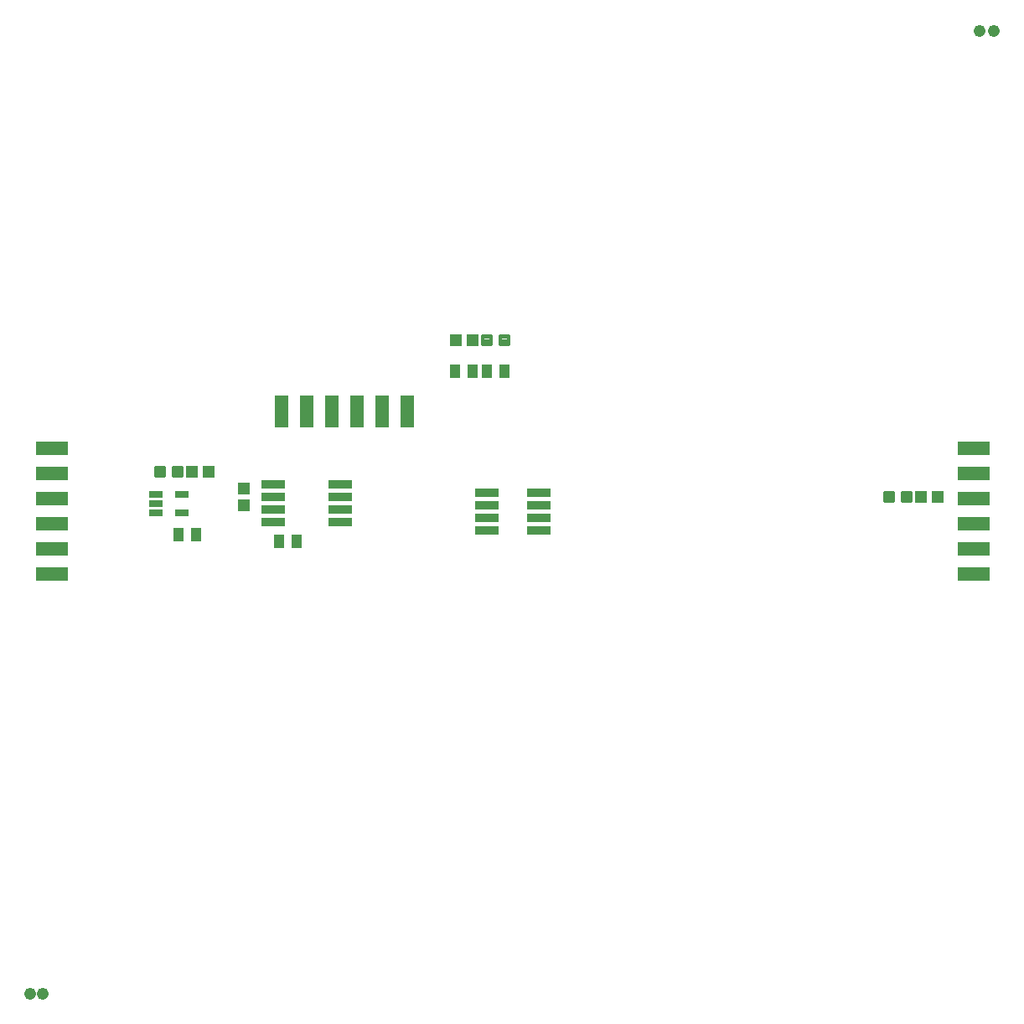
<source format=gts>
G75*
%MOIN*%
%OFA0B0*%
%FSLAX24Y24*%
%IPPOS*%
%LPD*%
%AMOC8*
5,1,8,0,0,1.08239X$1,22.5*
%
%ADD10R,0.0950X0.0320*%
%ADD11C,0.0142*%
%ADD12R,0.0513X0.0474*%
%ADD13R,0.0552X0.0297*%
%ADD14R,0.0395X0.0552*%
%ADD15R,0.1261X0.0572*%
%ADD16R,0.0474X0.0513*%
%ADD17R,0.0572X0.1261*%
%ADD18C,0.0476*%
D10*
X022616Y019615D03*
X022616Y020115D03*
X022616Y020615D03*
X022616Y021115D03*
X024676Y021115D03*
X024676Y020615D03*
X024676Y020115D03*
X024676Y019615D03*
X016781Y019930D03*
X016781Y020430D03*
X016781Y020930D03*
X016781Y021430D03*
X014131Y021430D03*
X014131Y020930D03*
X014131Y020430D03*
X014131Y019930D03*
D11*
X010473Y021764D02*
X010473Y022096D01*
X010473Y021764D02*
X010141Y021764D01*
X010141Y022096D01*
X010473Y022096D01*
X010473Y021905D02*
X010141Y021905D01*
X010141Y022046D02*
X010473Y022046D01*
X009782Y022096D02*
X009782Y021764D01*
X009450Y021764D01*
X009450Y022096D01*
X009782Y022096D01*
X009782Y021905D02*
X009450Y021905D01*
X009450Y022046D02*
X009782Y022046D01*
X022450Y027014D02*
X022450Y027346D01*
X022782Y027346D01*
X022782Y027014D01*
X022450Y027014D01*
X022450Y027155D02*
X022782Y027155D01*
X022782Y027296D02*
X022450Y027296D01*
X023141Y027346D02*
X023141Y027014D01*
X023141Y027346D02*
X023473Y027346D01*
X023473Y027014D01*
X023141Y027014D01*
X023141Y027155D02*
X023473Y027155D01*
X023473Y027296D02*
X023141Y027296D01*
X038782Y021096D02*
X038782Y020764D01*
X038450Y020764D01*
X038450Y021096D01*
X038782Y021096D01*
X038782Y020905D02*
X038450Y020905D01*
X038450Y021046D02*
X038782Y021046D01*
X039473Y021096D02*
X039473Y020764D01*
X039141Y020764D01*
X039141Y021096D01*
X039473Y021096D01*
X039473Y020905D02*
X039141Y020905D01*
X039141Y021046D02*
X039473Y021046D01*
D12*
X039877Y020930D03*
X040546Y020930D03*
X022046Y027180D03*
X021377Y027180D03*
X011546Y021930D03*
X010877Y021930D03*
D13*
X010473Y021054D03*
X010473Y020306D03*
X009450Y020306D03*
X009450Y020680D03*
X009450Y021054D03*
D14*
X010357Y019430D03*
X011066Y019430D03*
X014357Y019180D03*
X015066Y019180D03*
X021357Y025930D03*
X022066Y025930D03*
X022607Y025930D03*
X023316Y025930D03*
D15*
X005310Y022865D03*
X005310Y021865D03*
X005310Y020865D03*
X005310Y019865D03*
X005310Y018865D03*
X005310Y017865D03*
X041983Y017865D03*
X041983Y018865D03*
X041983Y019865D03*
X041983Y020865D03*
X041983Y021865D03*
X041983Y022865D03*
D16*
X012961Y021265D03*
X012961Y020595D03*
D17*
X014461Y024332D03*
X015461Y024332D03*
X016461Y024332D03*
X017461Y024332D03*
X018461Y024332D03*
X019461Y024332D03*
D18*
X004461Y001180D03*
X004961Y001180D03*
X042207Y039488D03*
X042770Y039488D03*
M02*

</source>
